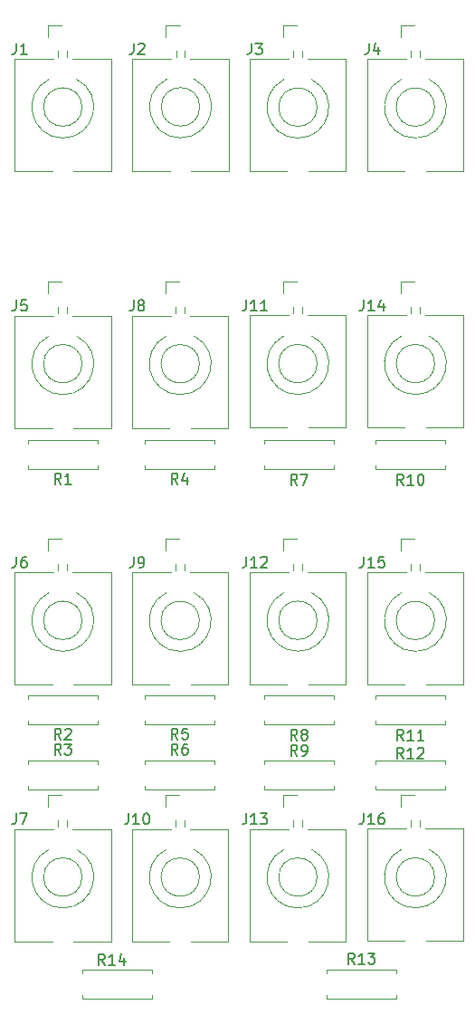
<source format=gbr>
G04 #@! TF.GenerationSoftware,KiCad,Pcbnew,(5.0.1)-4*
G04 #@! TF.CreationDate,2019-03-05T01:40:26-06:00*
G04 #@! TF.ProjectId,mult,6D756C742E6B696361645F7063620000,rev?*
G04 #@! TF.SameCoordinates,Original*
G04 #@! TF.FileFunction,Legend,Top*
G04 #@! TF.FilePolarity,Positive*
%FSLAX46Y46*%
G04 Gerber Fmt 4.6, Leading zero omitted, Abs format (unit mm)*
G04 Created by KiCad (PCBNEW (5.0.1)-4) date 3/5/2019 1:40:26*
%MOMM*%
%LPD*%
G01*
G04 APERTURE LIST*
%ADD10C,0.120000*%
%ADD11C,0.150000*%
G04 APERTURE END LIST*
D10*
G04 #@! TO.C,J1*
X-173874000Y133298000D02*
X-173874000Y122798000D01*
X-164874000Y133298000D02*
X-164874000Y122798000D01*
X-170670263Y131386577D02*
G75*
G03X-169374000Y125903000I1296263J-2588577D01*
G01*
X-168077737Y131386577D02*
G75*
G02X-169374000Y125903000I-1296263J-2588577D01*
G01*
X-164874000Y122798000D02*
X-168374000Y122798000D01*
X-170374000Y122798000D02*
X-173874000Y122798000D01*
X-164874000Y133298000D02*
X-168474000Y133298000D01*
X-170274000Y133298000D02*
X-173874000Y133298000D01*
X-167574000Y128798000D02*
G75*
G03X-167574000Y128798000I-1800000J0D01*
G01*
X-169794000Y134078000D02*
X-169794000Y133478000D01*
X-168954000Y134078000D02*
X-168954000Y133478000D01*
X-170774000Y136458000D02*
X-170774000Y135358000D01*
X-170774000Y136458000D02*
X-169454000Y136458000D01*
G04 #@! TO.C,J2*
X-162863100Y133310700D02*
X-162863100Y122810700D01*
X-153863100Y133310700D02*
X-153863100Y122810700D01*
X-159659363Y131399277D02*
G75*
G03X-158363100Y125915700I1296263J-2588577D01*
G01*
X-157066837Y131399277D02*
G75*
G02X-158363100Y125915700I-1296263J-2588577D01*
G01*
X-153863100Y122810700D02*
X-157363100Y122810700D01*
X-159363100Y122810700D02*
X-162863100Y122810700D01*
X-153863100Y133310700D02*
X-157463100Y133310700D01*
X-159263100Y133310700D02*
X-162863100Y133310700D01*
X-156563100Y128810700D02*
G75*
G03X-156563100Y128810700I-1800000J0D01*
G01*
X-158783100Y134090700D02*
X-158783100Y133490700D01*
X-157943100Y134090700D02*
X-157943100Y133490700D01*
X-159763100Y136470700D02*
X-159763100Y135370700D01*
X-159763100Y136470700D02*
X-158443100Y136470700D01*
G04 #@! TO.C,J3*
X-151877600Y133285300D02*
X-151877600Y122785300D01*
X-142877600Y133285300D02*
X-142877600Y122785300D01*
X-148673863Y131373877D02*
G75*
G03X-147377600Y125890300I1296263J-2588577D01*
G01*
X-146081337Y131373877D02*
G75*
G02X-147377600Y125890300I-1296263J-2588577D01*
G01*
X-142877600Y122785300D02*
X-146377600Y122785300D01*
X-148377600Y122785300D02*
X-151877600Y122785300D01*
X-142877600Y133285300D02*
X-146477600Y133285300D01*
X-148277600Y133285300D02*
X-151877600Y133285300D01*
X-145577600Y128785300D02*
G75*
G03X-145577600Y128785300I-1800000J0D01*
G01*
X-147797600Y134065300D02*
X-147797600Y133465300D01*
X-146957600Y134065300D02*
X-146957600Y133465300D01*
X-148777600Y136445300D02*
X-148777600Y135345300D01*
X-148777600Y136445300D02*
X-147457600Y136445300D01*
G04 #@! TO.C,J4*
X-137779400Y136458000D02*
X-136459400Y136458000D01*
X-137779400Y136458000D02*
X-137779400Y135358000D01*
X-135959400Y134078000D02*
X-135959400Y133478000D01*
X-136799400Y134078000D02*
X-136799400Y133478000D01*
X-134579400Y128798000D02*
G75*
G03X-134579400Y128798000I-1800000J0D01*
G01*
X-137279400Y133298000D02*
X-140879400Y133298000D01*
X-131879400Y133298000D02*
X-135479400Y133298000D01*
X-137379400Y122798000D02*
X-140879400Y122798000D01*
X-131879400Y122798000D02*
X-135379400Y122798000D01*
X-135083137Y131386577D02*
G75*
G02X-136379400Y125903000I-1296263J-2588577D01*
G01*
X-137675663Y131386577D02*
G75*
G03X-136379400Y125903000I1296263J-2588577D01*
G01*
X-131879400Y133298000D02*
X-131879400Y122798000D01*
X-140879400Y133298000D02*
X-140879400Y122798000D01*
G04 #@! TO.C,J5*
X-170774000Y112455000D02*
X-169454000Y112455000D01*
X-170774000Y112455000D02*
X-170774000Y111355000D01*
X-168954000Y110075000D02*
X-168954000Y109475000D01*
X-169794000Y110075000D02*
X-169794000Y109475000D01*
X-167574000Y104795000D02*
G75*
G03X-167574000Y104795000I-1800000J0D01*
G01*
X-170274000Y109295000D02*
X-173874000Y109295000D01*
X-164874000Y109295000D02*
X-168474000Y109295000D01*
X-170374000Y98795000D02*
X-173874000Y98795000D01*
X-164874000Y98795000D02*
X-168374000Y98795000D01*
X-168077737Y107383577D02*
G75*
G02X-169374000Y101900000I-1296263J-2588577D01*
G01*
X-170670263Y107383577D02*
G75*
G03X-169374000Y101900000I1296263J-2588577D01*
G01*
X-164874000Y109295000D02*
X-164874000Y98795000D01*
X-173874000Y109295000D02*
X-173874000Y98795000D01*
G04 #@! TO.C,J6*
X-170774000Y88452000D02*
X-169454000Y88452000D01*
X-170774000Y88452000D02*
X-170774000Y87352000D01*
X-168954000Y86072000D02*
X-168954000Y85472000D01*
X-169794000Y86072000D02*
X-169794000Y85472000D01*
X-167574000Y80792000D02*
G75*
G03X-167574000Y80792000I-1800000J0D01*
G01*
X-170274000Y85292000D02*
X-173874000Y85292000D01*
X-164874000Y85292000D02*
X-168474000Y85292000D01*
X-170374000Y74792000D02*
X-173874000Y74792000D01*
X-164874000Y74792000D02*
X-168374000Y74792000D01*
X-168077737Y83380577D02*
G75*
G02X-169374000Y77897000I-1296263J-2588577D01*
G01*
X-170670263Y83380577D02*
G75*
G03X-169374000Y77897000I1296263J-2588577D01*
G01*
X-164874000Y85292000D02*
X-164874000Y74792000D01*
X-173874000Y85292000D02*
X-173874000Y74792000D01*
G04 #@! TO.C,J7*
X-170774000Y64449000D02*
X-169454000Y64449000D01*
X-170774000Y64449000D02*
X-170774000Y63349000D01*
X-168954000Y62069000D02*
X-168954000Y61469000D01*
X-169794000Y62069000D02*
X-169794000Y61469000D01*
X-167574000Y56789000D02*
G75*
G03X-167574000Y56789000I-1800000J0D01*
G01*
X-170274000Y61289000D02*
X-173874000Y61289000D01*
X-164874000Y61289000D02*
X-168474000Y61289000D01*
X-170374000Y50789000D02*
X-173874000Y50789000D01*
X-164874000Y50789000D02*
X-168374000Y50789000D01*
X-168077737Y59377577D02*
G75*
G02X-169374000Y53894000I-1296263J-2588577D01*
G01*
X-170670263Y59377577D02*
G75*
G03X-169374000Y53894000I1296263J-2588577D01*
G01*
X-164874000Y61289000D02*
X-164874000Y50789000D01*
X-173874000Y61289000D02*
X-173874000Y50789000D01*
G04 #@! TO.C,J8*
X-162888500Y109295000D02*
X-162888500Y98795000D01*
X-153888500Y109295000D02*
X-153888500Y98795000D01*
X-159684763Y107383577D02*
G75*
G03X-158388500Y101900000I1296263J-2588577D01*
G01*
X-157092237Y107383577D02*
G75*
G02X-158388500Y101900000I-1296263J-2588577D01*
G01*
X-153888500Y98795000D02*
X-157388500Y98795000D01*
X-159388500Y98795000D02*
X-162888500Y98795000D01*
X-153888500Y109295000D02*
X-157488500Y109295000D01*
X-159288500Y109295000D02*
X-162888500Y109295000D01*
X-156588500Y104795000D02*
G75*
G03X-156588500Y104795000I-1800000J0D01*
G01*
X-158808500Y110075000D02*
X-158808500Y109475000D01*
X-157968500Y110075000D02*
X-157968500Y109475000D01*
X-159788500Y112455000D02*
X-159788500Y111355000D01*
X-159788500Y112455000D02*
X-158468500Y112455000D01*
G04 #@! TO.C,J9*
X-159788500Y88452000D02*
X-158468500Y88452000D01*
X-159788500Y88452000D02*
X-159788500Y87352000D01*
X-157968500Y86072000D02*
X-157968500Y85472000D01*
X-158808500Y86072000D02*
X-158808500Y85472000D01*
X-156588500Y80792000D02*
G75*
G03X-156588500Y80792000I-1800000J0D01*
G01*
X-159288500Y85292000D02*
X-162888500Y85292000D01*
X-153888500Y85292000D02*
X-157488500Y85292000D01*
X-159388500Y74792000D02*
X-162888500Y74792000D01*
X-153888500Y74792000D02*
X-157388500Y74792000D01*
X-157092237Y83380577D02*
G75*
G02X-158388500Y77897000I-1296263J-2588577D01*
G01*
X-159684763Y83380577D02*
G75*
G03X-158388500Y77897000I1296263J-2588577D01*
G01*
X-153888500Y85292000D02*
X-153888500Y74792000D01*
X-162888500Y85292000D02*
X-162888500Y74792000D01*
G04 #@! TO.C,J10*
X-162888500Y61289000D02*
X-162888500Y50789000D01*
X-153888500Y61289000D02*
X-153888500Y50789000D01*
X-159684763Y59377577D02*
G75*
G03X-158388500Y53894000I1296263J-2588577D01*
G01*
X-157092237Y59377577D02*
G75*
G02X-158388500Y53894000I-1296263J-2588577D01*
G01*
X-153888500Y50789000D02*
X-157388500Y50789000D01*
X-159388500Y50789000D02*
X-162888500Y50789000D01*
X-153888500Y61289000D02*
X-157488500Y61289000D01*
X-159288500Y61289000D02*
X-162888500Y61289000D01*
X-156588500Y56789000D02*
G75*
G03X-156588500Y56789000I-1800000J0D01*
G01*
X-158808500Y62069000D02*
X-158808500Y61469000D01*
X-157968500Y62069000D02*
X-157968500Y61469000D01*
X-159788500Y64449000D02*
X-159788500Y63349000D01*
X-159788500Y64449000D02*
X-158468500Y64449000D01*
G04 #@! TO.C,J11*
X-151877600Y109307700D02*
X-151877600Y98807700D01*
X-142877600Y109307700D02*
X-142877600Y98807700D01*
X-148673863Y107396277D02*
G75*
G03X-147377600Y101912700I1296263J-2588577D01*
G01*
X-146081337Y107396277D02*
G75*
G02X-147377600Y101912700I-1296263J-2588577D01*
G01*
X-142877600Y98807700D02*
X-146377600Y98807700D01*
X-148377600Y98807700D02*
X-151877600Y98807700D01*
X-142877600Y109307700D02*
X-146477600Y109307700D01*
X-148277600Y109307700D02*
X-151877600Y109307700D01*
X-145577600Y104807700D02*
G75*
G03X-145577600Y104807700I-1800000J0D01*
G01*
X-147797600Y110087700D02*
X-147797600Y109487700D01*
X-146957600Y110087700D02*
X-146957600Y109487700D01*
X-148777600Y112467700D02*
X-148777600Y111367700D01*
X-148777600Y112467700D02*
X-147457600Y112467700D01*
G04 #@! TO.C,J12*
X-148777600Y88464700D02*
X-147457600Y88464700D01*
X-148777600Y88464700D02*
X-148777600Y87364700D01*
X-146957600Y86084700D02*
X-146957600Y85484700D01*
X-147797600Y86084700D02*
X-147797600Y85484700D01*
X-145577600Y80804700D02*
G75*
G03X-145577600Y80804700I-1800000J0D01*
G01*
X-148277600Y85304700D02*
X-151877600Y85304700D01*
X-142877600Y85304700D02*
X-146477600Y85304700D01*
X-148377600Y74804700D02*
X-151877600Y74804700D01*
X-142877600Y74804700D02*
X-146377600Y74804700D01*
X-146081337Y83393277D02*
G75*
G02X-147377600Y77909700I-1296263J-2588577D01*
G01*
X-148673863Y83393277D02*
G75*
G03X-147377600Y77909700I1296263J-2588577D01*
G01*
X-142877600Y85304700D02*
X-142877600Y74804700D01*
X-151877600Y85304700D02*
X-151877600Y74804700D01*
G04 #@! TO.C,J13*
X-151877600Y61289000D02*
X-151877600Y50789000D01*
X-142877600Y61289000D02*
X-142877600Y50789000D01*
X-148673863Y59377577D02*
G75*
G03X-147377600Y53894000I1296263J-2588577D01*
G01*
X-146081337Y59377577D02*
G75*
G02X-147377600Y53894000I-1296263J-2588577D01*
G01*
X-142877600Y50789000D02*
X-146377600Y50789000D01*
X-148377600Y50789000D02*
X-151877600Y50789000D01*
X-142877600Y61289000D02*
X-146477600Y61289000D01*
X-148277600Y61289000D02*
X-151877600Y61289000D01*
X-145577600Y56789000D02*
G75*
G03X-145577600Y56789000I-1800000J0D01*
G01*
X-147797600Y62069000D02*
X-147797600Y61469000D01*
X-146957600Y62069000D02*
X-146957600Y61469000D01*
X-148777600Y64449000D02*
X-148777600Y63349000D01*
X-148777600Y64449000D02*
X-147457600Y64449000D01*
G04 #@! TO.C,J14*
X-137779400Y112467700D02*
X-136459400Y112467700D01*
X-137779400Y112467700D02*
X-137779400Y111367700D01*
X-135959400Y110087700D02*
X-135959400Y109487700D01*
X-136799400Y110087700D02*
X-136799400Y109487700D01*
X-134579400Y104807700D02*
G75*
G03X-134579400Y104807700I-1800000J0D01*
G01*
X-137279400Y109307700D02*
X-140879400Y109307700D01*
X-131879400Y109307700D02*
X-135479400Y109307700D01*
X-137379400Y98807700D02*
X-140879400Y98807700D01*
X-131879400Y98807700D02*
X-135379400Y98807700D01*
X-135083137Y107396277D02*
G75*
G02X-136379400Y101912700I-1296263J-2588577D01*
G01*
X-137675663Y107396277D02*
G75*
G03X-136379400Y101912700I1296263J-2588577D01*
G01*
X-131879400Y109307700D02*
X-131879400Y98807700D01*
X-140879400Y109307700D02*
X-140879400Y98807700D01*
G04 #@! TO.C,J15*
X-137779400Y88452000D02*
X-136459400Y88452000D01*
X-137779400Y88452000D02*
X-137779400Y87352000D01*
X-135959400Y86072000D02*
X-135959400Y85472000D01*
X-136799400Y86072000D02*
X-136799400Y85472000D01*
X-134579400Y80792000D02*
G75*
G03X-134579400Y80792000I-1800000J0D01*
G01*
X-137279400Y85292000D02*
X-140879400Y85292000D01*
X-131879400Y85292000D02*
X-135479400Y85292000D01*
X-137379400Y74792000D02*
X-140879400Y74792000D01*
X-131879400Y74792000D02*
X-135379400Y74792000D01*
X-135083137Y83380577D02*
G75*
G02X-136379400Y77897000I-1296263J-2588577D01*
G01*
X-137675663Y83380577D02*
G75*
G03X-136379400Y77897000I1296263J-2588577D01*
G01*
X-131879400Y85292000D02*
X-131879400Y74792000D01*
X-140879400Y85292000D02*
X-140879400Y74792000D01*
G04 #@! TO.C,J16*
X-140879400Y61301700D02*
X-140879400Y50801700D01*
X-131879400Y61301700D02*
X-131879400Y50801700D01*
X-137675663Y59390277D02*
G75*
G03X-136379400Y53906700I1296263J-2588577D01*
G01*
X-135083137Y59390277D02*
G75*
G02X-136379400Y53906700I-1296263J-2588577D01*
G01*
X-131879400Y50801700D02*
X-135379400Y50801700D01*
X-137379400Y50801700D02*
X-140879400Y50801700D01*
X-131879400Y61301700D02*
X-135479400Y61301700D01*
X-137279400Y61301700D02*
X-140879400Y61301700D01*
X-134579400Y56801700D02*
G75*
G03X-134579400Y56801700I-1800000J0D01*
G01*
X-136799400Y62081700D02*
X-136799400Y61481700D01*
X-135959400Y62081700D02*
X-135959400Y61481700D01*
X-137779400Y64461700D02*
X-137779400Y63361700D01*
X-137779400Y64461700D02*
X-136459400Y64461700D01*
G04 #@! TO.C,R1*
X-166104000Y94919000D02*
X-166104000Y95249000D01*
X-172644000Y94919000D02*
X-166104000Y94919000D01*
X-172644000Y95249000D02*
X-172644000Y94919000D01*
X-166104000Y97659000D02*
X-166104000Y97329000D01*
X-172644000Y97659000D02*
X-166104000Y97659000D01*
X-172644000Y97329000D02*
X-172644000Y97659000D01*
G04 #@! TO.C,R2*
X-172644000Y73453000D02*
X-172644000Y73783000D01*
X-172644000Y73783000D02*
X-166104000Y73783000D01*
X-166104000Y73783000D02*
X-166104000Y73453000D01*
X-172644000Y71373000D02*
X-172644000Y71043000D01*
X-172644000Y71043000D02*
X-166104000Y71043000D01*
X-166104000Y71043000D02*
X-166104000Y71373000D01*
G04 #@! TO.C,R3*
X-166104000Y64947000D02*
X-166104000Y65277000D01*
X-172644000Y64947000D02*
X-166104000Y64947000D01*
X-172644000Y65277000D02*
X-172644000Y64947000D01*
X-166104000Y67687000D02*
X-166104000Y67357000D01*
X-172644000Y67687000D02*
X-166104000Y67687000D01*
X-172644000Y67357000D02*
X-172644000Y67687000D01*
G04 #@! TO.C,R4*
X-155182000Y94919000D02*
X-155182000Y95249000D01*
X-161722000Y94919000D02*
X-155182000Y94919000D01*
X-161722000Y95249000D02*
X-161722000Y94919000D01*
X-155182000Y97659000D02*
X-155182000Y97329000D01*
X-161722000Y97659000D02*
X-155182000Y97659000D01*
X-161722000Y97329000D02*
X-161722000Y97659000D01*
G04 #@! TO.C,R5*
X-161722000Y73453000D02*
X-161722000Y73783000D01*
X-161722000Y73783000D02*
X-155182000Y73783000D01*
X-155182000Y73783000D02*
X-155182000Y73453000D01*
X-161722000Y71373000D02*
X-161722000Y71043000D01*
X-161722000Y71043000D02*
X-155182000Y71043000D01*
X-155182000Y71043000D02*
X-155182000Y71373000D01*
G04 #@! TO.C,R6*
X-155182000Y64947000D02*
X-155182000Y65277000D01*
X-161722000Y64947000D02*
X-155182000Y64947000D01*
X-161722000Y65277000D02*
X-161722000Y64947000D01*
X-155182000Y67687000D02*
X-155182000Y67357000D01*
X-161722000Y67687000D02*
X-155182000Y67687000D01*
X-161722000Y67357000D02*
X-161722000Y67687000D01*
G04 #@! TO.C,R7*
X-144006000Y95249000D02*
X-144006000Y94919000D01*
X-144006000Y94919000D02*
X-150546000Y94919000D01*
X-150546000Y94919000D02*
X-150546000Y95249000D01*
X-144006000Y97329000D02*
X-144006000Y97659000D01*
X-144006000Y97659000D02*
X-150546000Y97659000D01*
X-150546000Y97659000D02*
X-150546000Y97329000D01*
G04 #@! TO.C,R8*
X-150546000Y73783000D02*
X-150546000Y73453000D01*
X-144006000Y73783000D02*
X-150546000Y73783000D01*
X-144006000Y73453000D02*
X-144006000Y73783000D01*
X-150546000Y71043000D02*
X-150546000Y71373000D01*
X-144006000Y71043000D02*
X-150546000Y71043000D01*
X-144006000Y71373000D02*
X-144006000Y71043000D01*
G04 #@! TO.C,R9*
X-144006000Y65277000D02*
X-144006000Y64947000D01*
X-144006000Y64947000D02*
X-150546000Y64947000D01*
X-150546000Y64947000D02*
X-150546000Y65277000D01*
X-144006000Y67357000D02*
X-144006000Y67687000D01*
X-144006000Y67687000D02*
X-150546000Y67687000D01*
X-150546000Y67687000D02*
X-150546000Y67357000D01*
G04 #@! TO.C,R10*
X-140132000Y97659000D02*
X-140132000Y97329000D01*
X-133592000Y97659000D02*
X-140132000Y97659000D01*
X-133592000Y97329000D02*
X-133592000Y97659000D01*
X-140132000Y94919000D02*
X-140132000Y95249000D01*
X-133592000Y94919000D02*
X-140132000Y94919000D01*
X-133592000Y95249000D02*
X-133592000Y94919000D01*
G04 #@! TO.C,R11*
X-133592000Y71373000D02*
X-133592000Y71043000D01*
X-133592000Y71043000D02*
X-140132000Y71043000D01*
X-140132000Y71043000D02*
X-140132000Y71373000D01*
X-133592000Y73453000D02*
X-133592000Y73783000D01*
X-133592000Y73783000D02*
X-140132000Y73783000D01*
X-140132000Y73783000D02*
X-140132000Y73453000D01*
G04 #@! TO.C,R12*
X-133592000Y65277000D02*
X-133592000Y64947000D01*
X-133592000Y64947000D02*
X-140132000Y64947000D01*
X-140132000Y64947000D02*
X-140132000Y65277000D01*
X-133592000Y67357000D02*
X-133592000Y67687000D01*
X-133592000Y67687000D02*
X-140132000Y67687000D01*
X-140132000Y67687000D02*
X-140132000Y67357000D01*
G04 #@! TO.C,R13*
X-144704000Y47799000D02*
X-144704000Y48129000D01*
X-144704000Y48129000D02*
X-138164000Y48129000D01*
X-138164000Y48129000D02*
X-138164000Y47799000D01*
X-144704000Y45719000D02*
X-144704000Y45389000D01*
X-144704000Y45389000D02*
X-138164000Y45389000D01*
X-138164000Y45389000D02*
X-138164000Y45719000D01*
G04 #@! TO.C,R14*
X-167564000Y48129000D02*
X-167564000Y47799000D01*
X-161024000Y48129000D02*
X-167564000Y48129000D01*
X-161024000Y47799000D02*
X-161024000Y48129000D01*
X-167564000Y45389000D02*
X-167564000Y45719000D01*
X-161024000Y45389000D02*
X-167564000Y45389000D01*
X-161024000Y45719000D02*
X-161024000Y45389000D01*
G04 #@! TO.C,J1*
D11*
X-173737333Y134745619D02*
X-173737333Y134031333D01*
X-173784952Y133888476D01*
X-173880190Y133793238D01*
X-174023047Y133745619D01*
X-174118285Y133745619D01*
X-172737333Y133745619D02*
X-173308761Y133745619D01*
X-173023047Y133745619D02*
X-173023047Y134745619D01*
X-173118285Y134602761D01*
X-173213523Y134507523D01*
X-173308761Y134459904D01*
G04 #@! TO.C,J2*
X-162726433Y134758319D02*
X-162726433Y134044033D01*
X-162774052Y133901176D01*
X-162869290Y133805938D01*
X-163012147Y133758319D01*
X-163107385Y133758319D01*
X-162297861Y134663080D02*
X-162250242Y134710700D01*
X-162155004Y134758319D01*
X-161916909Y134758319D01*
X-161821671Y134710700D01*
X-161774052Y134663080D01*
X-161726433Y134567842D01*
X-161726433Y134472604D01*
X-161774052Y134329747D01*
X-162345480Y133758319D01*
X-161726433Y133758319D01*
G04 #@! TO.C,J3*
X-151740933Y134732919D02*
X-151740933Y134018633D01*
X-151788552Y133875776D01*
X-151883790Y133780538D01*
X-152026647Y133732919D01*
X-152121885Y133732919D01*
X-151359980Y134732919D02*
X-150740933Y134732919D01*
X-151074266Y134351966D01*
X-150931409Y134351966D01*
X-150836171Y134304347D01*
X-150788552Y134256728D01*
X-150740933Y134161490D01*
X-150740933Y133923395D01*
X-150788552Y133828157D01*
X-150836171Y133780538D01*
X-150931409Y133732919D01*
X-151217123Y133732919D01*
X-151312361Y133780538D01*
X-151359980Y133828157D01*
G04 #@! TO.C,J4*
X-140742733Y134745619D02*
X-140742733Y134031333D01*
X-140790352Y133888476D01*
X-140885590Y133793238D01*
X-141028447Y133745619D01*
X-141123685Y133745619D01*
X-139837971Y134412285D02*
X-139837971Y133745619D01*
X-140076066Y134793238D02*
X-140314161Y134078952D01*
X-139695114Y134078952D01*
G04 #@! TO.C,J5*
X-173737333Y110742619D02*
X-173737333Y110028333D01*
X-173784952Y109885476D01*
X-173880190Y109790238D01*
X-174023047Y109742619D01*
X-174118285Y109742619D01*
X-172784952Y110742619D02*
X-173261142Y110742619D01*
X-173308761Y110266428D01*
X-173261142Y110314047D01*
X-173165904Y110361666D01*
X-172927809Y110361666D01*
X-172832571Y110314047D01*
X-172784952Y110266428D01*
X-172737333Y110171190D01*
X-172737333Y109933095D01*
X-172784952Y109837857D01*
X-172832571Y109790238D01*
X-172927809Y109742619D01*
X-173165904Y109742619D01*
X-173261142Y109790238D01*
X-173308761Y109837857D01*
G04 #@! TO.C,J6*
X-173737333Y86739619D02*
X-173737333Y86025333D01*
X-173784952Y85882476D01*
X-173880190Y85787238D01*
X-174023047Y85739619D01*
X-174118285Y85739619D01*
X-172832571Y86739619D02*
X-173023047Y86739619D01*
X-173118285Y86692000D01*
X-173165904Y86644380D01*
X-173261142Y86501523D01*
X-173308761Y86311047D01*
X-173308761Y85930095D01*
X-173261142Y85834857D01*
X-173213523Y85787238D01*
X-173118285Y85739619D01*
X-172927809Y85739619D01*
X-172832571Y85787238D01*
X-172784952Y85834857D01*
X-172737333Y85930095D01*
X-172737333Y86168190D01*
X-172784952Y86263428D01*
X-172832571Y86311047D01*
X-172927809Y86358666D01*
X-173118285Y86358666D01*
X-173213523Y86311047D01*
X-173261142Y86263428D01*
X-173308761Y86168190D01*
G04 #@! TO.C,J7*
X-173737333Y62736619D02*
X-173737333Y62022333D01*
X-173784952Y61879476D01*
X-173880190Y61784238D01*
X-174023047Y61736619D01*
X-174118285Y61736619D01*
X-173356380Y62736619D02*
X-172689714Y62736619D01*
X-173118285Y61736619D01*
G04 #@! TO.C,J8*
X-162751833Y110742619D02*
X-162751833Y110028333D01*
X-162799452Y109885476D01*
X-162894690Y109790238D01*
X-163037547Y109742619D01*
X-163132785Y109742619D01*
X-162132785Y110314047D02*
X-162228023Y110361666D01*
X-162275642Y110409285D01*
X-162323261Y110504523D01*
X-162323261Y110552142D01*
X-162275642Y110647380D01*
X-162228023Y110695000D01*
X-162132785Y110742619D01*
X-161942309Y110742619D01*
X-161847071Y110695000D01*
X-161799452Y110647380D01*
X-161751833Y110552142D01*
X-161751833Y110504523D01*
X-161799452Y110409285D01*
X-161847071Y110361666D01*
X-161942309Y110314047D01*
X-162132785Y110314047D01*
X-162228023Y110266428D01*
X-162275642Y110218809D01*
X-162323261Y110123571D01*
X-162323261Y109933095D01*
X-162275642Y109837857D01*
X-162228023Y109790238D01*
X-162132785Y109742619D01*
X-161942309Y109742619D01*
X-161847071Y109790238D01*
X-161799452Y109837857D01*
X-161751833Y109933095D01*
X-161751833Y110123571D01*
X-161799452Y110218809D01*
X-161847071Y110266428D01*
X-161942309Y110314047D01*
G04 #@! TO.C,J9*
X-162751833Y86739619D02*
X-162751833Y86025333D01*
X-162799452Y85882476D01*
X-162894690Y85787238D01*
X-163037547Y85739619D01*
X-163132785Y85739619D01*
X-162228023Y85739619D02*
X-162037547Y85739619D01*
X-161942309Y85787238D01*
X-161894690Y85834857D01*
X-161799452Y85977714D01*
X-161751833Y86168190D01*
X-161751833Y86549142D01*
X-161799452Y86644380D01*
X-161847071Y86692000D01*
X-161942309Y86739619D01*
X-162132785Y86739619D01*
X-162228023Y86692000D01*
X-162275642Y86644380D01*
X-162323261Y86549142D01*
X-162323261Y86311047D01*
X-162275642Y86215809D01*
X-162228023Y86168190D01*
X-162132785Y86120571D01*
X-161942309Y86120571D01*
X-161847071Y86168190D01*
X-161799452Y86215809D01*
X-161751833Y86311047D01*
G04 #@! TO.C,J10*
X-163228023Y62736619D02*
X-163228023Y62022333D01*
X-163275642Y61879476D01*
X-163370880Y61784238D01*
X-163513738Y61736619D01*
X-163608976Y61736619D01*
X-162228023Y61736619D02*
X-162799452Y61736619D01*
X-162513738Y61736619D02*
X-162513738Y62736619D01*
X-162608976Y62593761D01*
X-162704214Y62498523D01*
X-162799452Y62450904D01*
X-161608976Y62736619D02*
X-161513738Y62736619D01*
X-161418500Y62689000D01*
X-161370880Y62641380D01*
X-161323261Y62546142D01*
X-161275642Y62355666D01*
X-161275642Y62117571D01*
X-161323261Y61927095D01*
X-161370880Y61831857D01*
X-161418500Y61784238D01*
X-161513738Y61736619D01*
X-161608976Y61736619D01*
X-161704214Y61784238D01*
X-161751833Y61831857D01*
X-161799452Y61927095D01*
X-161847071Y62117571D01*
X-161847071Y62355666D01*
X-161799452Y62546142D01*
X-161751833Y62641380D01*
X-161704214Y62689000D01*
X-161608976Y62736619D01*
G04 #@! TO.C,J11*
X-152217123Y110755319D02*
X-152217123Y110041033D01*
X-152264742Y109898176D01*
X-152359980Y109802938D01*
X-152502838Y109755319D01*
X-152598076Y109755319D01*
X-151217123Y109755319D02*
X-151788552Y109755319D01*
X-151502838Y109755319D02*
X-151502838Y110755319D01*
X-151598076Y110612461D01*
X-151693314Y110517223D01*
X-151788552Y110469604D01*
X-150264742Y109755319D02*
X-150836171Y109755319D01*
X-150550457Y109755319D02*
X-150550457Y110755319D01*
X-150645695Y110612461D01*
X-150740933Y110517223D01*
X-150836171Y110469604D01*
G04 #@! TO.C,J12*
X-152217123Y86752319D02*
X-152217123Y86038033D01*
X-152264742Y85895176D01*
X-152359980Y85799938D01*
X-152502838Y85752319D01*
X-152598076Y85752319D01*
X-151217123Y85752319D02*
X-151788552Y85752319D01*
X-151502838Y85752319D02*
X-151502838Y86752319D01*
X-151598076Y86609461D01*
X-151693314Y86514223D01*
X-151788552Y86466604D01*
X-150836171Y86657080D02*
X-150788552Y86704700D01*
X-150693314Y86752319D01*
X-150455219Y86752319D01*
X-150359980Y86704700D01*
X-150312361Y86657080D01*
X-150264742Y86561842D01*
X-150264742Y86466604D01*
X-150312361Y86323747D01*
X-150883790Y85752319D01*
X-150264742Y85752319D01*
G04 #@! TO.C,J13*
X-152217123Y62736619D02*
X-152217123Y62022333D01*
X-152264742Y61879476D01*
X-152359980Y61784238D01*
X-152502838Y61736619D01*
X-152598076Y61736619D01*
X-151217123Y61736619D02*
X-151788552Y61736619D01*
X-151502838Y61736619D02*
X-151502838Y62736619D01*
X-151598076Y62593761D01*
X-151693314Y62498523D01*
X-151788552Y62450904D01*
X-150883790Y62736619D02*
X-150264742Y62736619D01*
X-150598076Y62355666D01*
X-150455219Y62355666D01*
X-150359980Y62308047D01*
X-150312361Y62260428D01*
X-150264742Y62165190D01*
X-150264742Y61927095D01*
X-150312361Y61831857D01*
X-150359980Y61784238D01*
X-150455219Y61736619D01*
X-150740933Y61736619D01*
X-150836171Y61784238D01*
X-150883790Y61831857D01*
G04 #@! TO.C,J14*
X-141218923Y110755319D02*
X-141218923Y110041033D01*
X-141266542Y109898176D01*
X-141361780Y109802938D01*
X-141504638Y109755319D01*
X-141599876Y109755319D01*
X-140218923Y109755319D02*
X-140790352Y109755319D01*
X-140504638Y109755319D02*
X-140504638Y110755319D01*
X-140599876Y110612461D01*
X-140695114Y110517223D01*
X-140790352Y110469604D01*
X-139361780Y110421985D02*
X-139361780Y109755319D01*
X-139599876Y110802938D02*
X-139837971Y110088652D01*
X-139218923Y110088652D01*
G04 #@! TO.C,J15*
X-141218923Y86739619D02*
X-141218923Y86025333D01*
X-141266542Y85882476D01*
X-141361780Y85787238D01*
X-141504638Y85739619D01*
X-141599876Y85739619D01*
X-140218923Y85739619D02*
X-140790352Y85739619D01*
X-140504638Y85739619D02*
X-140504638Y86739619D01*
X-140599876Y86596761D01*
X-140695114Y86501523D01*
X-140790352Y86453904D01*
X-139314161Y86739619D02*
X-139790352Y86739619D01*
X-139837971Y86263428D01*
X-139790352Y86311047D01*
X-139695114Y86358666D01*
X-139457019Y86358666D01*
X-139361780Y86311047D01*
X-139314161Y86263428D01*
X-139266542Y86168190D01*
X-139266542Y85930095D01*
X-139314161Y85834857D01*
X-139361780Y85787238D01*
X-139457019Y85739619D01*
X-139695114Y85739619D01*
X-139790352Y85787238D01*
X-139837971Y85834857D01*
G04 #@! TO.C,J16*
X-141218923Y62749319D02*
X-141218923Y62035033D01*
X-141266542Y61892176D01*
X-141361780Y61796938D01*
X-141504638Y61749319D01*
X-141599876Y61749319D01*
X-140218923Y61749319D02*
X-140790352Y61749319D01*
X-140504638Y61749319D02*
X-140504638Y62749319D01*
X-140599876Y62606461D01*
X-140695114Y62511223D01*
X-140790352Y62463604D01*
X-139361780Y62749319D02*
X-139552257Y62749319D01*
X-139647495Y62701700D01*
X-139695114Y62654080D01*
X-139790352Y62511223D01*
X-139837971Y62320747D01*
X-139837971Y61939795D01*
X-139790352Y61844557D01*
X-139742733Y61796938D01*
X-139647495Y61749319D01*
X-139457019Y61749319D01*
X-139361780Y61796938D01*
X-139314161Y61844557D01*
X-139266542Y61939795D01*
X-139266542Y62177890D01*
X-139314161Y62273128D01*
X-139361780Y62320747D01*
X-139457019Y62368366D01*
X-139647495Y62368366D01*
X-139742733Y62320747D01*
X-139790352Y62273128D01*
X-139837971Y62177890D01*
G04 #@! TO.C,R1*
X-169540666Y93550619D02*
X-169874000Y94026809D01*
X-170112095Y93550619D02*
X-170112095Y94550619D01*
X-169731142Y94550619D01*
X-169635904Y94503000D01*
X-169588285Y94455380D01*
X-169540666Y94360142D01*
X-169540666Y94217285D01*
X-169588285Y94122047D01*
X-169635904Y94074428D01*
X-169731142Y94026809D01*
X-170112095Y94026809D01*
X-168588285Y93550619D02*
X-169159714Y93550619D01*
X-168874000Y93550619D02*
X-168874000Y94550619D01*
X-168969238Y94407761D01*
X-169064476Y94312523D01*
X-169159714Y94264904D01*
G04 #@! TO.C,R2*
X-169540666Y69674619D02*
X-169874000Y70150809D01*
X-170112095Y69674619D02*
X-170112095Y70674619D01*
X-169731142Y70674619D01*
X-169635904Y70627000D01*
X-169588285Y70579380D01*
X-169540666Y70484142D01*
X-169540666Y70341285D01*
X-169588285Y70246047D01*
X-169635904Y70198428D01*
X-169731142Y70150809D01*
X-170112095Y70150809D01*
X-169159714Y70579380D02*
X-169112095Y70627000D01*
X-169016857Y70674619D01*
X-168778761Y70674619D01*
X-168683523Y70627000D01*
X-168635904Y70579380D01*
X-168588285Y70484142D01*
X-168588285Y70388904D01*
X-168635904Y70246047D01*
X-169207333Y69674619D01*
X-168588285Y69674619D01*
G04 #@! TO.C,R3*
X-169540666Y68234619D02*
X-169874000Y68710809D01*
X-170112095Y68234619D02*
X-170112095Y69234619D01*
X-169731142Y69234619D01*
X-169635904Y69187000D01*
X-169588285Y69139380D01*
X-169540666Y69044142D01*
X-169540666Y68901285D01*
X-169588285Y68806047D01*
X-169635904Y68758428D01*
X-169731142Y68710809D01*
X-170112095Y68710809D01*
X-169207333Y69234619D02*
X-168588285Y69234619D01*
X-168921619Y68853666D01*
X-168778761Y68853666D01*
X-168683523Y68806047D01*
X-168635904Y68758428D01*
X-168588285Y68663190D01*
X-168588285Y68425095D01*
X-168635904Y68329857D01*
X-168683523Y68282238D01*
X-168778761Y68234619D01*
X-169064476Y68234619D01*
X-169159714Y68282238D01*
X-169207333Y68329857D01*
G04 #@! TO.C,R4*
X-158618666Y93550619D02*
X-158952000Y94026809D01*
X-159190095Y93550619D02*
X-159190095Y94550619D01*
X-158809142Y94550619D01*
X-158713904Y94503000D01*
X-158666285Y94455380D01*
X-158618666Y94360142D01*
X-158618666Y94217285D01*
X-158666285Y94122047D01*
X-158713904Y94074428D01*
X-158809142Y94026809D01*
X-159190095Y94026809D01*
X-157761523Y94217285D02*
X-157761523Y93550619D01*
X-157999619Y94598238D02*
X-158237714Y93883952D01*
X-157618666Y93883952D01*
G04 #@! TO.C,R5*
X-158618666Y69674619D02*
X-158952000Y70150809D01*
X-159190095Y69674619D02*
X-159190095Y70674619D01*
X-158809142Y70674619D01*
X-158713904Y70627000D01*
X-158666285Y70579380D01*
X-158618666Y70484142D01*
X-158618666Y70341285D01*
X-158666285Y70246047D01*
X-158713904Y70198428D01*
X-158809142Y70150809D01*
X-159190095Y70150809D01*
X-157713904Y70674619D02*
X-158190095Y70674619D01*
X-158237714Y70198428D01*
X-158190095Y70246047D01*
X-158094857Y70293666D01*
X-157856761Y70293666D01*
X-157761523Y70246047D01*
X-157713904Y70198428D01*
X-157666285Y70103190D01*
X-157666285Y69865095D01*
X-157713904Y69769857D01*
X-157761523Y69722238D01*
X-157856761Y69674619D01*
X-158094857Y69674619D01*
X-158190095Y69722238D01*
X-158237714Y69769857D01*
G04 #@! TO.C,R6*
X-158618666Y68234619D02*
X-158952000Y68710809D01*
X-159190095Y68234619D02*
X-159190095Y69234619D01*
X-158809142Y69234619D01*
X-158713904Y69187000D01*
X-158666285Y69139380D01*
X-158618666Y69044142D01*
X-158618666Y68901285D01*
X-158666285Y68806047D01*
X-158713904Y68758428D01*
X-158809142Y68710809D01*
X-159190095Y68710809D01*
X-157761523Y69234619D02*
X-157952000Y69234619D01*
X-158047238Y69187000D01*
X-158094857Y69139380D01*
X-158190095Y68996523D01*
X-158237714Y68806047D01*
X-158237714Y68425095D01*
X-158190095Y68329857D01*
X-158142476Y68282238D01*
X-158047238Y68234619D01*
X-157856761Y68234619D01*
X-157761523Y68282238D01*
X-157713904Y68329857D01*
X-157666285Y68425095D01*
X-157666285Y68663190D01*
X-157713904Y68758428D01*
X-157761523Y68806047D01*
X-157856761Y68853666D01*
X-158047238Y68853666D01*
X-158142476Y68806047D01*
X-158190095Y68758428D01*
X-158237714Y68663190D01*
G04 #@! TO.C,R7*
X-147442666Y93466619D02*
X-147776000Y93942809D01*
X-148014095Y93466619D02*
X-148014095Y94466619D01*
X-147633142Y94466619D01*
X-147537904Y94419000D01*
X-147490285Y94371380D01*
X-147442666Y94276142D01*
X-147442666Y94133285D01*
X-147490285Y94038047D01*
X-147537904Y93990428D01*
X-147633142Y93942809D01*
X-148014095Y93942809D01*
X-147109333Y94466619D02*
X-146442666Y94466619D01*
X-146871238Y93466619D01*
G04 #@! TO.C,R8*
X-147442666Y69590619D02*
X-147776000Y70066809D01*
X-148014095Y69590619D02*
X-148014095Y70590619D01*
X-147633142Y70590619D01*
X-147537904Y70543000D01*
X-147490285Y70495380D01*
X-147442666Y70400142D01*
X-147442666Y70257285D01*
X-147490285Y70162047D01*
X-147537904Y70114428D01*
X-147633142Y70066809D01*
X-148014095Y70066809D01*
X-146871238Y70162047D02*
X-146966476Y70209666D01*
X-147014095Y70257285D01*
X-147061714Y70352523D01*
X-147061714Y70400142D01*
X-147014095Y70495380D01*
X-146966476Y70543000D01*
X-146871238Y70590619D01*
X-146680761Y70590619D01*
X-146585523Y70543000D01*
X-146537904Y70495380D01*
X-146490285Y70400142D01*
X-146490285Y70352523D01*
X-146537904Y70257285D01*
X-146585523Y70209666D01*
X-146680761Y70162047D01*
X-146871238Y70162047D01*
X-146966476Y70114428D01*
X-147014095Y70066809D01*
X-147061714Y69971571D01*
X-147061714Y69781095D01*
X-147014095Y69685857D01*
X-146966476Y69638238D01*
X-146871238Y69590619D01*
X-146680761Y69590619D01*
X-146585523Y69638238D01*
X-146537904Y69685857D01*
X-146490285Y69781095D01*
X-146490285Y69971571D01*
X-146537904Y70066809D01*
X-146585523Y70114428D01*
X-146680761Y70162047D01*
G04 #@! TO.C,R9*
X-147442666Y68150619D02*
X-147776000Y68626809D01*
X-148014095Y68150619D02*
X-148014095Y69150619D01*
X-147633142Y69150619D01*
X-147537904Y69103000D01*
X-147490285Y69055380D01*
X-147442666Y68960142D01*
X-147442666Y68817285D01*
X-147490285Y68722047D01*
X-147537904Y68674428D01*
X-147633142Y68626809D01*
X-148014095Y68626809D01*
X-146966476Y68150619D02*
X-146776000Y68150619D01*
X-146680761Y68198238D01*
X-146633142Y68245857D01*
X-146537904Y68388714D01*
X-146490285Y68579190D01*
X-146490285Y68960142D01*
X-146537904Y69055380D01*
X-146585523Y69103000D01*
X-146680761Y69150619D01*
X-146871238Y69150619D01*
X-146966476Y69103000D01*
X-147014095Y69055380D01*
X-147061714Y68960142D01*
X-147061714Y68722047D01*
X-147014095Y68626809D01*
X-146966476Y68579190D01*
X-146871238Y68531571D01*
X-146680761Y68531571D01*
X-146585523Y68579190D01*
X-146537904Y68626809D01*
X-146490285Y68722047D01*
G04 #@! TO.C,R10*
X-137504857Y93466619D02*
X-137838190Y93942809D01*
X-138076285Y93466619D02*
X-138076285Y94466619D01*
X-137695333Y94466619D01*
X-137600095Y94419000D01*
X-137552476Y94371380D01*
X-137504857Y94276142D01*
X-137504857Y94133285D01*
X-137552476Y94038047D01*
X-137600095Y93990428D01*
X-137695333Y93942809D01*
X-138076285Y93942809D01*
X-136552476Y93466619D02*
X-137123904Y93466619D01*
X-136838190Y93466619D02*
X-136838190Y94466619D01*
X-136933428Y94323761D01*
X-137028666Y94228523D01*
X-137123904Y94180904D01*
X-135933428Y94466619D02*
X-135838190Y94466619D01*
X-135742952Y94419000D01*
X-135695333Y94371380D01*
X-135647714Y94276142D01*
X-135600095Y94085666D01*
X-135600095Y93847571D01*
X-135647714Y93657095D01*
X-135695333Y93561857D01*
X-135742952Y93514238D01*
X-135838190Y93466619D01*
X-135933428Y93466619D01*
X-136028666Y93514238D01*
X-136076285Y93561857D01*
X-136123904Y93657095D01*
X-136171523Y93847571D01*
X-136171523Y94085666D01*
X-136123904Y94276142D01*
X-136076285Y94371380D01*
X-136028666Y94419000D01*
X-135933428Y94466619D01*
G04 #@! TO.C,R11*
X-137504857Y69590619D02*
X-137838190Y70066809D01*
X-138076285Y69590619D02*
X-138076285Y70590619D01*
X-137695333Y70590619D01*
X-137600095Y70543000D01*
X-137552476Y70495380D01*
X-137504857Y70400142D01*
X-137504857Y70257285D01*
X-137552476Y70162047D01*
X-137600095Y70114428D01*
X-137695333Y70066809D01*
X-138076285Y70066809D01*
X-136552476Y69590619D02*
X-137123904Y69590619D01*
X-136838190Y69590619D02*
X-136838190Y70590619D01*
X-136933428Y70447761D01*
X-137028666Y70352523D01*
X-137123904Y70304904D01*
X-135600095Y69590619D02*
X-136171523Y69590619D01*
X-135885809Y69590619D02*
X-135885809Y70590619D01*
X-135981047Y70447761D01*
X-136076285Y70352523D01*
X-136171523Y70304904D01*
G04 #@! TO.C,R12*
X-137504857Y67896619D02*
X-137838190Y68372809D01*
X-138076285Y67896619D02*
X-138076285Y68896619D01*
X-137695333Y68896619D01*
X-137600095Y68849000D01*
X-137552476Y68801380D01*
X-137504857Y68706142D01*
X-137504857Y68563285D01*
X-137552476Y68468047D01*
X-137600095Y68420428D01*
X-137695333Y68372809D01*
X-138076285Y68372809D01*
X-136552476Y67896619D02*
X-137123904Y67896619D01*
X-136838190Y67896619D02*
X-136838190Y68896619D01*
X-136933428Y68753761D01*
X-137028666Y68658523D01*
X-137123904Y68610904D01*
X-136171523Y68801380D02*
X-136123904Y68849000D01*
X-136028666Y68896619D01*
X-135790571Y68896619D01*
X-135695333Y68849000D01*
X-135647714Y68801380D01*
X-135600095Y68706142D01*
X-135600095Y68610904D01*
X-135647714Y68468047D01*
X-136219142Y67896619D01*
X-135600095Y67896619D01*
G04 #@! TO.C,R13*
X-142076857Y48676619D02*
X-142410190Y49152809D01*
X-142648285Y48676619D02*
X-142648285Y49676619D01*
X-142267333Y49676619D01*
X-142172095Y49629000D01*
X-142124476Y49581380D01*
X-142076857Y49486142D01*
X-142076857Y49343285D01*
X-142124476Y49248047D01*
X-142172095Y49200428D01*
X-142267333Y49152809D01*
X-142648285Y49152809D01*
X-141124476Y48676619D02*
X-141695904Y48676619D01*
X-141410190Y48676619D02*
X-141410190Y49676619D01*
X-141505428Y49533761D01*
X-141600666Y49438523D01*
X-141695904Y49390904D01*
X-140791142Y49676619D02*
X-140172095Y49676619D01*
X-140505428Y49295666D01*
X-140362571Y49295666D01*
X-140267333Y49248047D01*
X-140219714Y49200428D01*
X-140172095Y49105190D01*
X-140172095Y48867095D01*
X-140219714Y48771857D01*
X-140267333Y48724238D01*
X-140362571Y48676619D01*
X-140648285Y48676619D01*
X-140743523Y48724238D01*
X-140791142Y48771857D01*
G04 #@! TO.C,R14*
X-165444857Y48592619D02*
X-165778190Y49068809D01*
X-166016285Y48592619D02*
X-166016285Y49592619D01*
X-165635333Y49592619D01*
X-165540095Y49545000D01*
X-165492476Y49497380D01*
X-165444857Y49402142D01*
X-165444857Y49259285D01*
X-165492476Y49164047D01*
X-165540095Y49116428D01*
X-165635333Y49068809D01*
X-166016285Y49068809D01*
X-164492476Y48592619D02*
X-165063904Y48592619D01*
X-164778190Y48592619D02*
X-164778190Y49592619D01*
X-164873428Y49449761D01*
X-164968666Y49354523D01*
X-165063904Y49306904D01*
X-163635333Y49259285D02*
X-163635333Y48592619D01*
X-163873428Y49640238D02*
X-164111523Y48925952D01*
X-163492476Y48925952D01*
G04 #@! TD*
M02*

</source>
